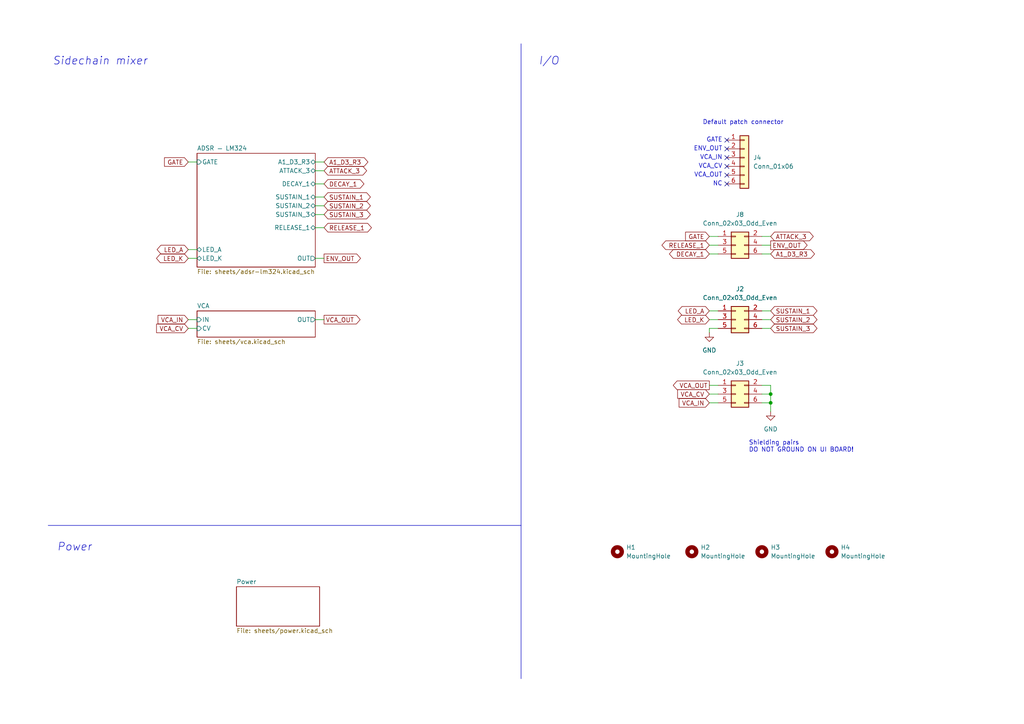
<source format=kicad_sch>
(kicad_sch (version 20250114) (generator "eeschema") (generator_version "9.0")
  (paper "A4")
  (lib_symbols
    (symbol "Connector_Generic:Conn_01x06" (pin_names (offset 1.016) (hide yes))
      (property "Reference" "J" (at 0 7.62 0))
      (property "Value" "Conn_01x06" (at 0 -10.16 0))
      (symbol "Conn_01x06_1_1"
        (rectangle (start -1.27 6.35) (end 1.27 -8.89) (stroke (width 0.254)) (fill (type background)))
        (rectangle (start -1.27 5.207) (end 0 4.953) (stroke (width 0.1524)))
        (rectangle (start -1.27 2.667) (end 0 2.413) (stroke (width 0.1524)))
        (rectangle (start -1.27 0.127) (end 0 -0.127) (stroke (width 0.1524)))
        (rectangle (start -1.27 -2.413) (end 0 -2.667) (stroke (width 0.1524)))
        (rectangle (start -1.27 -4.953) (end 0 -5.207) (stroke (width 0.1524)))
        (rectangle (start -1.27 -7.493) (end 0 -7.747) (stroke (width 0.1524)))
        (pin passive line (at -5.08 5.08 0) (length 3.81) (name "Pin_1") (number "1"))
        (pin passive line (at -5.08 2.54 0) (length 3.81) (name "Pin_2") (number "2"))
        (pin passive line (at -5.08 0 0) (length 3.81) (name "Pin_3") (number "3"))
        (pin passive line (at -5.08 -2.54 0) (length 3.81) (name "Pin_4") (number "4"))
        (pin passive line (at -5.08 -5.08 0) (length 3.81) (name "Pin_5") (number "5"))
        (pin passive line (at -5.08 -7.62 0) (length 3.81) (name "Pin_6") (number "6"))
      )
    )
    (symbol "Connector_Generic:Conn_02x03_Odd_Even" (pin_names (offset 1.016) (hide yes))
      (property "Reference" "J" (at 1.27 5.08 0))
      (property "Value" "Conn_02x03_Odd_Even" (at 1.27 -5.08 0))
      (symbol "Conn_02x03_Odd_Even_1_1"
        (rectangle (start -1.27 3.81) (end 3.81 -3.81) (stroke (width 0.254)) (fill (type background)))
        (rectangle (start -1.27 2.667) (end 0 2.413) (stroke (width 0.1524)))
        (rectangle (start -1.27 0.127) (end 0 -0.127) (stroke (width 0.1524)))
        (rectangle (start -1.27 -2.413) (end 0 -2.667) (stroke (width 0.1524)))
        (rectangle (start 3.81 2.667) (end 2.54 2.413) (stroke (width 0.1524)))
        (rectangle (start 3.81 0.127) (end 2.54 -0.127) (stroke (width 0.1524)))
        (rectangle (start 3.81 -2.413) (end 2.54 -2.667) (stroke (width 0.1524)))
        (pin passive line (at -5.08 2.54 0) (length 3.81) (name "Pin_1") (number "1"))
        (pin passive line (at -5.08 0 0) (length 3.81) (name "Pin_3") (number "3"))
        (pin passive line (at -5.08 -2.54 0) (length 3.81) (name "Pin_5") (number "5"))
        (pin passive line (at 7.62 2.54 180) (length 3.81) (name "Pin_2") (number "2"))
        (pin passive line (at 7.62 0 180) (length 3.81) (name "Pin_4") (number "4"))
        (pin passive line (at 7.62 -2.54 180) (length 3.81) (name "Pin_6") (number "6"))
      )
    )
    (symbol "Mechanical:MountingHole" (pin_names (offset 1.016)) (in_bom no)
      (property "Reference" "H" (at 0 5.08 0))
      (property "Value" "MountingHole" (at 0 3.175 0))
      (symbol "MountingHole_0_1"
        (circle (center 0 0) (radius 1.27) (stroke (width 1.27)))
      )
    )
    (symbol "power:GND" (power) (pin_numbers (hide yes)) (pin_names (offset 0) (hide yes))
      (property "Value" "GND" (at 0 -3.81 0))
      (symbol "GND_0_1"
        (polyline (pts (xy 0 0) (xy 0 -1.27) (xy 1.27 -1.27) (xy 0 -2.54) (xy -1.27 -1.27) (xy 0 -1.27)))
      )
      (symbol "GND_1_1"
        (pin power_in line (at 0 0 270) (length 0) (name "~") (number "1"))
      )
    )
  )
  (text "Power" (at 16.51 158.75 0) (effects (font (size 2.27 2.27) (italic yes)) (justify left)))
  (text "VCA_IN" (at 209.55 45.72 0) (effects (font (size 1.27 1.27)) (justify right)))
  (text "Default patch connector" (at 227.33 35.56 0) (effects (font (size 1.27 1.27)) (justify right)))
  (text "NC" (at 209.55 53.34 0) (effects (font (size 1.27 1.27)) (justify right)))
  (text "GATE" (at 209.55 40.64 0) (effects (font (size 1.27 1.27)) (justify right)))
  (text "Shielding pairs\nDO NOT GROUND ON UI BOARD!" (at 217.17 129.54 0) (effects (font (size 1.27 1.27)) (justify left)))
  (text "VCA_OUT" (at 209.55 50.8 0) (effects (font (size 1.27 1.27)) (justify right)))
  (text "Sidechain mixer" (at 15.24 17.78 0) (effects (font (size 2.27 2.27) (italic yes)) (justify left)))
  (text "ENV_OUT" (at 209.55 43.18 0) (effects (font (size 1.27 1.27)) (justify right)))
  (text "I/O" (at 156.21 17.78 0) (effects (font (size 2.27 2.27) (italic yes)) (justify left)))
  (text "VCA_CV" (at 209.55 48.26 0) (effects (font (size 1.27 1.27)) (justify right)))
  (junction (at 223.52 114.3))
  (junction (at 223.52 116.84))
  (no_connect (at 210.82 53.34))
  (no_connect (at 210.82 40.64))
  (no_connect (at 210.82 48.26))
  (no_connect (at 210.82 43.18))
  (no_connect (at 210.82 50.8))
  (no_connect (at 210.82 45.72))
  (wire (pts (xy 54.61 92.71) (xy 57.15 92.71)))
  (wire (pts (xy 223.52 114.3) (xy 223.52 116.84)))
  (wire (pts (xy 91.44 92.71) (xy 93.98 92.71)))
  (wire (pts (xy 208.28 116.84) (xy 205.74 116.84)))
  (wire (pts (xy 220.98 71.12) (xy 223.52 71.12)))
  (wire (pts (xy 220.98 116.84) (xy 223.52 116.84)))
  (wire (pts (xy 54.61 46.99) (xy 57.15 46.99)))
  (wire (pts (xy 205.74 111.76) (xy 208.28 111.76)))
  (wire (pts (xy 54.61 74.93) (xy 57.15 74.93)))
  (wire (pts (xy 223.52 111.76) (xy 223.52 114.3)))
  (wire (pts (xy 208.28 95.25) (xy 205.74 95.25)))
  (wire (pts (xy 91.44 53.34) (xy 93.98 53.34)))
  (wire (pts (xy 208.28 71.12) (xy 205.74 71.12)))
  (wire (pts (xy 220.98 73.66) (xy 223.52 73.66)))
  (wire (pts (xy 205.74 92.71) (xy 208.28 92.71)))
  (wire (pts (xy 223.52 68.58) (xy 220.98 68.58)))
  (wire (pts (xy 220.98 92.71) (xy 223.52 92.71)))
  (wire (pts (xy 220.98 90.17) (xy 223.52 90.17)))
  (wire (pts (xy 220.98 114.3) (xy 223.52 114.3)))
  (wire (pts (xy 205.74 90.17) (xy 208.28 90.17)))
  (wire (pts (xy 54.61 72.39) (xy 57.15 72.39)))
  (wire (pts (xy 223.52 116.84) (xy 223.52 119.38)))
  (wire (pts (xy 220.98 111.76) (xy 223.52 111.76)))
  (wire (pts (xy 91.44 62.23) (xy 93.98 62.23)))
  (wire (pts (xy 205.74 95.25) (xy 205.74 96.52)))
  (wire (pts (xy 220.98 95.25) (xy 223.52 95.25)))
  (wire (pts (xy 91.44 74.93) (xy 93.98 74.93)))
  (wire (pts (xy 205.74 68.58) (xy 208.28 68.58)))
  (wire (pts (xy 91.44 66.04) (xy 93.98 66.04)))
  (polyline (pts (xy 151.13 12.7) (xy 151.13 196.85)))
  (wire (pts (xy 93.98 46.99) (xy 91.44 46.99)))
  (wire (pts (xy 91.44 59.69) (xy 93.98 59.69)))
  (polyline (pts (xy 13.97 152.4) (xy 151.13 152.4)))
  (wire (pts (xy 54.61 95.25) (xy 57.15 95.25)))
  (wire (pts (xy 205.74 114.3) (xy 208.28 114.3)))
  (wire (pts (xy 91.44 57.15) (xy 93.98 57.15)))
  (wire (pts (xy 91.44 49.53) (xy 93.98 49.53)))
  (wire (pts (xy 208.28 73.66) (xy 205.74 73.66)))
  (global_label "VCA_OUT" (shape output) (at 205.74 111.76 180) (property "Intersheetrefs" "${INTERSHEET_REFS}" (effects (hide yes))))
  (global_label "DECAY_1" (shape bidirectional) (at 205.74 73.66 180) (property "Intersheetrefs" "${INTERSHEET_REFS}" (effects (hide yes))))
  (global_label "SUSTAIN_3" (shape bidirectional) (at 93.98 62.23 0) (property "Intersheetrefs" "${INTERSHEET_REFS}" (effects (hide yes))))
  (global_label "SUSTAIN_3" (shape bidirectional) (at 223.52 95.25 0) (property "Intersheetrefs" "${INTERSHEET_REFS}" (effects (hide yes))))
  (global_label "SUSTAIN_2" (shape bidirectional) (at 93.98 59.69 0) (property "Intersheetrefs" "${INTERSHEET_REFS}" (effects (hide yes))))
  (global_label "ATTACK_3" (shape bidirectional) (at 93.98 49.53 0) (property "Intersheetrefs" "${INTERSHEET_REFS}" (effects (hide yes))))
  (global_label "LED_A" (shape bidirectional) (at 205.74 90.17 180) (property "Intersheetrefs" "${INTERSHEET_REFS}" (effects (hide yes))))
  (global_label "SUSTAIN_1" (shape bidirectional) (at 93.98 57.15 0) (property "Intersheetrefs" "${INTERSHEET_REFS}" (effects (hide yes))))
  (global_label "ATTACK_3" (shape bidirectional) (at 223.52 68.58 0) (property "Intersheetrefs" "${INTERSHEET_REFS}" (effects (hide yes))))
  (global_label "SUSTAIN_2" (shape bidirectional) (at 223.52 92.71 0) (property "Intersheetrefs" "${INTERSHEET_REFS}" (effects (hide yes))))
  (global_label "RELEASE_1" (shape bidirectional) (at 93.98 66.04 0) (property "Intersheetrefs" "${INTERSHEET_REFS}" (effects (hide yes))))
  (global_label "A1_D3_R3" (shape bidirectional) (at 223.52 73.66 0) (property "Intersheetrefs" "${INTERSHEET_REFS}" (effects (hide yes))))
  (global_label "GATE" (shape input) (at 54.61 46.99 180) (property "Intersheetrefs" "${INTERSHEET_REFS}" (effects (hide yes))))
  (global_label "VCA_IN" (shape input) (at 205.74 116.84 180) (property "Intersheetrefs" "${INTERSHEET_REFS}" (effects (hide yes))))
  (global_label "DECAY_1" (shape bidirectional) (at 93.98 53.34 0) (property "Intersheetrefs" "${INTERSHEET_REFS}" (effects (hide yes))))
  (global_label "LED_K" (shape bidirectional) (at 54.61 74.93 180) (property "Intersheetrefs" "${INTERSHEET_REFS}" (effects (hide yes))))
  (global_label "LED_A" (shape bidirectional) (at 54.61 72.39 180) (property "Intersheetrefs" "${INTERSHEET_REFS}" (effects (hide yes))))
  (global_label "VCA_OUT" (shape output) (at 93.98 92.71 0) (property "Intersheetrefs" "${INTERSHEET_REFS}" (effects (hide yes))))
  (global_label "ENV_OUT" (shape output) (at 223.52 71.12 0) (property "Intersheetrefs" "${INTERSHEET_REFS}" (effects (hide yes))))
  (global_label "ENV_OUT" (shape output) (at 93.98 74.93 0) (property "Intersheetrefs" "${INTERSHEET_REFS}" (effects (hide yes))))
  (global_label "GATE" (shape input) (at 205.74 68.58 180) (property "Intersheetrefs" "${INTERSHEET_REFS}" (effects (hide yes))))
  (global_label "VCA_IN" (shape input) (at 54.61 92.71 180) (property "Intersheetrefs" "${INTERSHEET_REFS}" (effects (hide yes))))
  (global_label "A1_D3_R3" (shape bidirectional) (at 93.98 46.99 0) (property "Intersheetrefs" "${INTERSHEET_REFS}" (effects (hide yes))))
  (global_label "RELEASE_1" (shape bidirectional) (at 205.74 71.12 180) (property "Intersheetrefs" "${INTERSHEET_REFS}" (effects (hide yes))))
  (global_label "VCA_CV" (shape input) (at 54.61 95.25 180) (property "Intersheetrefs" "${INTERSHEET_REFS}" (effects (hide yes))))
  (global_label "LED_K" (shape bidirectional) (at 205.74 92.71 180) (property "Intersheetrefs" "${INTERSHEET_REFS}" (effects (hide yes))))
  (global_label "VCA_CV" (shape input) (at 205.74 114.3 180) (property "Intersheetrefs" "${INTERSHEET_REFS}" (effects (hide yes))))
  (global_label "SUSTAIN_1" (shape bidirectional) (at 223.52 90.17 0) (property "Intersheetrefs" "${INTERSHEET_REFS}" (effects (hide yes))))
  (symbol (lib_id "power:GND") (at 223.52 119.38 0) (unit 1)
    (property "Reference" "#PWR02" (effects (hide yes)))
    (property "Value" "GND" (at 223.52 124.46 0))
    (property "Description" "Power symbol creates a global label with name \"GND\" , ground" (effects (hide yes)))
  )
  (symbol (lib_id "Mechanical:MountingHole") (at 200.66 160.02 0) (unit 1) (in_bom no)
    (property "Reference" "H2" (at 203.2 158.7499 0) (effects (justify left)))
    (property "Value" "MountingHole" (at 203.2 161.2899 0) (effects (justify left)))
    (property "Footprint" "MountingHole:MountingHole_3.2mm_M3_DIN965_Pad" (effects (hide yes)))
    (property "Description" "Mounting Hole without connection" (effects (hide yes)))
    (property "Vendor" "-" (effects (hide yes)))
  )
  (symbol (lib_id "Connector_Generic:Conn_02x03_Odd_Even") (at 213.36 114.3 0) (unit 1)
    (property "Reference" "J3" (at 214.63 105.41 0))
    (property "Value" "Conn_02x03_Odd_Even" (at 214.63 107.95 0))
    (property "Footprint" "Connector_PinHeader_2.54mm:PinHeader_2x03_P2.54mm_Vertical" (effects (hide yes)))
    (property "Description" "Generic connector, double row, 02x03, odd/even pin numbering scheme (row 1 odd numbers, row 2 even numbers), script generated (kicad-library-utils/schlib/autogen/connector/)" (effects (hide yes)))
    (property "Vendor" "Mouser" (effects (hide yes)))
  )
  (symbol (lib_id "power:GND") (at 205.74 96.52 0) (unit 1)
    (property "Reference" "#PWR01" (effects (hide yes)))
    (property "Value" "GND" (at 205.74 101.6 0))
    (property "Description" "Power symbol creates a global label with name \"GND\" , ground" (effects (hide yes)))
  )
  (symbol (lib_id "Mechanical:MountingHole") (at 179.07 160.02 0) (unit 1) (in_bom no)
    (property "Reference" "H1" (at 181.61 158.7499 0) (effects (justify left)))
    (property "Value" "MountingHole" (at 181.61 161.2899 0) (effects (justify left)))
    (property "Footprint" "MountingHole:MountingHole_3.2mm_M3_DIN965_Pad" (effects (hide yes)))
    (property "Description" "Mounting Hole without connection" (effects (hide yes)))
    (property "Vendor" "-" (effects (hide yes)))
  )
  (symbol (lib_id "Connector_Generic:Conn_01x06") (at 215.9 45.72 0) (unit 1)
    (property "Reference" "J4" (at 218.44 45.7199 0) (effects (justify left)))
    (property "Value" "Conn_01x06" (at 218.44 48.2599 0) (effects (justify left)))
    (property "Footprint" "Connector_PinHeader_2.54mm:PinHeader_1x06_P2.54mm_Vertical" (effects (hide yes)))
    (property "Description" "Generic connector, single row, 01x06, script generated (kicad-library-utils/schlib/autogen/connector/)" (effects (hide yes)))
    (property "Vendor" "Mouser" (effects (hide yes)))
  )
  (symbol (lib_id "Mechanical:MountingHole") (at 220.98 160.02 0) (unit 1) (in_bom no)
    (property "Reference" "H3" (at 223.52 158.7499 0) (effects (justify left)))
    (property "Value" "MountingHole" (at 223.52 161.2899 0) (effects (justify left)))
    (property "Footprint" "MountingHole:MountingHole_3.2mm_M3_DIN965_Pad" (effects (hide yes)))
    (property "Description" "Mounting Hole without connection" (effects (hide yes)))
    (property "Vendor" "-" (effects (hide yes)))
  )
  (symbol (lib_id "Mechanical:MountingHole") (at 241.3 160.02 0) (unit 1) (in_bom no)
    (property "Reference" "H4" (at 243.84 158.7499 0) (effects (justify left)))
    (property "Value" "MountingHole" (at 243.84 161.2899 0) (effects (justify left)))
    (property "Footprint" "MountingHole:MountingHole_3.2mm_M3_DIN965_Pad" (effects (hide yes)))
    (property "Description" "Mounting Hole without connection" (effects (hide yes)))
    (property "Vendor" "-" (effects (hide yes)))
  )
  (symbol (lib_id "Connector_Generic:Conn_02x03_Odd_Even") (at 213.36 92.71 0) (unit 1)
    (property "Reference" "J2" (at 214.63 83.82 0))
    (property "Value" "Conn_02x03_Odd_Even" (at 214.63 86.36 0))
    (property "Footprint" "Connector_PinHeader_2.54mm:PinHeader_2x03_P2.54mm_Vertical" (effects (hide yes)))
    (property "Description" "Generic connector, double row, 02x03, odd/even pin numbering scheme (row 1 odd numbers, row 2 even numbers), script generated (kicad-library-utils/schlib/autogen/connector/)" (effects (hide yes)))
    (property "Vendor" "Mouser" (effects (hide yes)))
  )
  (symbol (lib_id "Connector_Generic:Conn_02x03_Odd_Even") (at 213.36 71.12 0) (unit 1)
    (property "Reference" "J8" (at 214.63 62.23 0))
    (property "Value" "Conn_02x03_Odd_Even" (at 214.63 64.77 0))
    (property "Footprint" "Connector_PinHeader_2.54mm:PinHeader_2x03_P2.54mm_Vertical" (effects (hide yes)))
    (property "Description" "Generic connector, double row, 02x03, odd/even pin numbering scheme (row 1 odd numbers, row 2 even numbers), script generated (kicad-library-utils/schlib/autogen/connector/)" (effects (hide yes)))
    (property "Vendor" "Mouser" (effects (hide yes)))
  )
  (sheet (at 68.58 170.18) (size 24.13 11.43) (stroke (width 0.1524))
    (property "Sheetname" "Power" (at 68.58 169.4684 0) (effects (justify left bottom)))
    (property "Sheetfile" "sheets/power.kicad_sch" (at 68.58 182.1946 0) (effects (justify left top)))
  )
  (sheet (at 57.15 44.45) (size 34.29 33.02) (stroke (width 0.1524))
    (property "Sheetname" "ADSR — LM324" (at 57.15 43.7384 0) (effects (justify left bottom)))
    (property "Sheetfile" "sheets/adsr-lm324.kicad_sch" (at 57.15 78.0546 0) (effects (justify left top)))
    (pin "DECAY_1" bidirectional (at 91.44 53.34 0))
    (pin "GATE" input (at 57.15 46.99 180))
    (pin "LED_A" bidirectional (at 57.15 72.39 180))
    (pin "LED_K" bidirectional (at 57.15 74.93 180))
    (pin "OUT" output (at 91.44 74.93 0))
    (pin "RELEASE_1" bidirectional (at 91.44 66.04 0))
    (pin "SUSTAIN_1" bidirectional (at 91.44 57.15 0))
    (pin "SUSTAIN_2" bidirectional (at 91.44 59.69 0))
    (pin "SUSTAIN_3" bidirectional (at 91.44 62.23 0))
    (pin "ATTACK_3" bidirectional (at 91.44 49.53 0))
    (pin "A1_D3_R3" bidirectional (at 91.44 46.99 0))
  )
  (sheet (at 57.15 90.17) (size 34.29 7.62) (stroke (width 0.1524))
    (property "Sheetname" "VCA" (at 57.15 89.4584 0) (effects (justify left bottom)))
    (property "Sheetfile" "sheets/vca.kicad_sch" (at 57.15 98.3746 0) (effects (justify left top)))
    (pin "CV" input (at 57.15 95.25 180))
    (pin "IN" input (at 57.15 92.71 180))
    (pin "OUT" output (at 91.44 92.71 0))
  )
)
</source>
